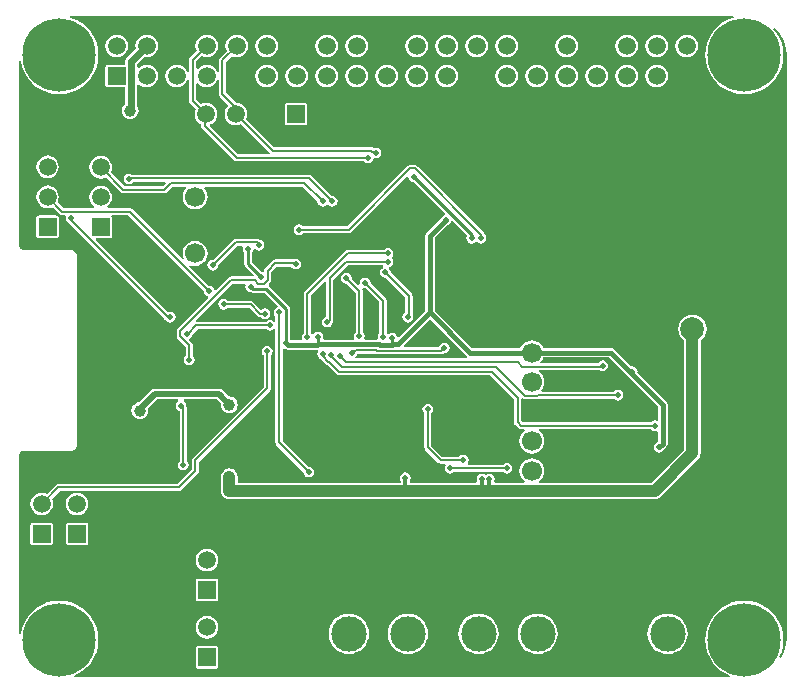
<source format=gbl>
G04 Layer_Physical_Order=2*
G04 Layer_Color=16711680*
%FSLAX44Y44*%
%MOMM*%
G71*
G01*
G75*
%ADD36C,0.2000*%
%ADD37C,0.3000*%
%ADD38C,0.5000*%
%ADD39C,0.2500*%
%ADD40C,1.0000*%
%ADD41C,0.4000*%
%ADD42C,0.6000*%
%ADD43C,3.0000*%
%ADD44C,1.7000*%
%ADD45R,1.5000X1.5000*%
%ADD46C,1.5000*%
%ADD47R,1.5000X1.5000*%
%ADD48C,0.6000*%
%ADD49C,6.2000*%
%ADD50C,0.5000*%
%ADD51C,2.0000*%
%ADD52C,1.0000*%
G36*
X570804Y526730D02*
X569771Y526482D01*
X564972Y524494D01*
X560543Y521780D01*
X556593Y518407D01*
X553220Y514457D01*
X550506Y510028D01*
X548518Y505229D01*
X547305Y500178D01*
X546898Y495000D01*
X547305Y489822D01*
X548518Y484771D01*
X550506Y479972D01*
X553220Y475543D01*
X556593Y471593D01*
X560543Y468220D01*
X564972Y465506D01*
X569771Y463518D01*
X574822Y462305D01*
X580000Y461898D01*
X585178Y462305D01*
X590229Y463518D01*
X595028Y465506D01*
X599457Y468220D01*
X603407Y471593D01*
X606780Y475543D01*
X609494Y479972D01*
X611482Y484771D01*
X612695Y489822D01*
X613102Y495000D01*
X612695Y500178D01*
X611482Y505229D01*
X609494Y510028D01*
X606780Y514457D01*
X604387Y517259D01*
X605321Y518121D01*
X607327Y516110D01*
X610113Y512471D01*
X612400Y508500D01*
X614149Y504264D01*
X615330Y499836D01*
X615923Y495291D01*
X615920Y493000D01*
Y3000D01*
X615923Y709D01*
X615330Y-3836D01*
X614149Y-8264D01*
X612400Y-12500D01*
X610676Y-15492D01*
X609535Y-14930D01*
X611482Y-10229D01*
X612695Y-5178D01*
X613102Y-0D01*
X612695Y5178D01*
X611482Y10229D01*
X609494Y15028D01*
X606780Y19457D01*
X603407Y23407D01*
X599457Y26780D01*
X595028Y29494D01*
X590229Y31482D01*
X585178Y32694D01*
X580000Y33102D01*
X574822Y32694D01*
X569771Y31482D01*
X564972Y29494D01*
X560543Y26780D01*
X556593Y23407D01*
X553220Y19457D01*
X550506Y15028D01*
X548518Y10229D01*
X547305Y5178D01*
X546898Y-0D01*
X547305Y-5178D01*
X548518Y-10229D01*
X550506Y-15028D01*
X553220Y-19457D01*
X556593Y-23407D01*
X560543Y-26780D01*
X564972Y-29494D01*
X567956Y-30730D01*
X567703Y-32000D01*
X12297D01*
X12044Y-30730D01*
X15028Y-29494D01*
X19457Y-26780D01*
X23407Y-23407D01*
X26780Y-19457D01*
X29494Y-15028D01*
X31482Y-10229D01*
X32694Y-5178D01*
X33102Y0D01*
X32694Y5178D01*
X31482Y10229D01*
X29494Y15028D01*
X26780Y19457D01*
X23407Y23407D01*
X19457Y26780D01*
X15028Y29494D01*
X10229Y31482D01*
X5178Y32694D01*
X0Y33102D01*
X-5178Y32694D01*
X-10229Y31482D01*
X-15028Y29494D01*
X-19457Y26780D01*
X-23407Y23407D01*
X-26780Y19457D01*
X-29494Y15028D01*
X-31482Y10229D01*
X-32694Y5178D01*
X-32730Y4727D01*
X-34000Y4777D01*
Y156000D01*
Y156796D01*
X-33391Y158266D01*
X-32266Y159391D01*
X-30796Y160000D01*
X10000D01*
X10975Y160096D01*
X12778Y160843D01*
X14157Y162222D01*
X14904Y164025D01*
X15000Y165000D01*
Y325000D01*
X14904Y325975D01*
X14157Y327778D01*
X12778Y329157D01*
X10975Y329904D01*
X10000Y330000D01*
X-30796D01*
X-32266Y330609D01*
X-33391Y331734D01*
X-34000Y333204D01*
Y334000D01*
Y490224D01*
X-32730Y490274D01*
X-32694Y489822D01*
X-31482Y484771D01*
X-29494Y479972D01*
X-26780Y475543D01*
X-23407Y471593D01*
X-19457Y468220D01*
X-15028Y465506D01*
X-10229Y463518D01*
X-5178Y462305D01*
X0Y461898D01*
X5178Y462305D01*
X10229Y463518D01*
X15028Y465506D01*
X19457Y468220D01*
X23407Y471593D01*
X26780Y475543D01*
X29494Y479972D01*
X31482Y484771D01*
X32694Y489822D01*
X33102Y495000D01*
X32694Y500178D01*
X31482Y505229D01*
X29494Y510028D01*
X26780Y514457D01*
X23407Y518407D01*
X19457Y521780D01*
X15028Y524494D01*
X10229Y526482D01*
X9196Y526730D01*
X9346Y528000D01*
X570654D01*
X570804Y526730D01*
D02*
G37*
%LPC*%
G36*
X245000Y22082D02*
X241667Y21754D01*
X238463Y20782D01*
X235510Y19203D01*
X232921Y17079D01*
X230797Y14490D01*
X229218Y11537D01*
X228246Y8332D01*
X227918Y5000D01*
X228246Y1667D01*
X229218Y-1537D01*
X230797Y-4490D01*
X232921Y-7079D01*
X235510Y-9203D01*
X238463Y-10782D01*
X241667Y-11754D01*
X245000Y-12082D01*
X248333Y-11754D01*
X251537Y-10782D01*
X254490Y-9203D01*
X257079Y-7079D01*
X259203Y-4490D01*
X260782Y-1537D01*
X261754Y1667D01*
X262082Y5000D01*
X261754Y8332D01*
X260782Y11537D01*
X259203Y14490D01*
X257079Y17079D01*
X254490Y19203D01*
X251537Y20782D01*
X248333Y21754D01*
X245000Y22082D01*
D02*
G37*
G36*
X-2500Y359139D02*
X-17500D01*
X-18280Y358984D01*
X-18942Y358542D01*
X-19384Y357880D01*
X-19539Y357100D01*
Y342100D01*
X-19384Y341320D01*
X-18942Y340658D01*
X-18280Y340216D01*
X-17500Y340061D01*
X-2500D01*
X-1720Y340216D01*
X-1058Y340658D01*
X-616Y341320D01*
X-461Y342100D01*
Y357100D01*
X-616Y357880D01*
X-1058Y358542D01*
X-1720Y358984D01*
X-2500Y359139D01*
D02*
G37*
G36*
X355000Y22082D02*
X351667Y21754D01*
X348463Y20782D01*
X345510Y19203D01*
X342921Y17079D01*
X340797Y14490D01*
X339218Y11537D01*
X338246Y8332D01*
X337918Y5000D01*
X338246Y1667D01*
X339218Y-1537D01*
X340797Y-4490D01*
X342921Y-7079D01*
X345510Y-9203D01*
X348463Y-10782D01*
X351667Y-11754D01*
X355000Y-12082D01*
X358333Y-11754D01*
X361537Y-10782D01*
X364490Y-9203D01*
X367079Y-7079D01*
X369203Y-4490D01*
X370782Y-1537D01*
X371754Y1667D01*
X372082Y5000D01*
X371754Y8332D01*
X370782Y11537D01*
X369203Y14490D01*
X367079Y17079D01*
X364490Y19203D01*
X361537Y20782D01*
X358333Y21754D01*
X355000Y22082D01*
D02*
G37*
G36*
X300778Y402059D02*
X300778Y402059D01*
X297000D01*
X295830Y401826D01*
X294837Y401163D01*
X294837Y401163D01*
X243733Y350059D01*
X206368D01*
X206244Y350244D01*
X204756Y351239D01*
X203000Y351588D01*
X201244Y351239D01*
X199756Y350244D01*
X198761Y348756D01*
X198412Y347000D01*
X198761Y345244D01*
X199756Y343756D01*
X201244Y342761D01*
X203000Y342412D01*
X204756Y342761D01*
X206244Y343756D01*
X206368Y343941D01*
X245000D01*
X245000Y343941D01*
X246171Y344174D01*
X247163Y344837D01*
X294188Y391862D01*
X295530Y391408D01*
X295761Y390244D01*
X296756Y388756D01*
X298244Y387761D01*
X299878Y387436D01*
X326525Y360789D01*
X326107Y359411D01*
X325244Y359239D01*
X323756Y358244D01*
X322761Y356756D01*
X322705Y356472D01*
X311116Y344884D01*
X310232Y343561D01*
X309922Y342000D01*
X309922Y342000D01*
Y278689D01*
X287607Y256375D01*
X286355Y256595D01*
X286220Y256784D01*
X285244Y258244D01*
X283756Y259239D01*
X282000Y259588D01*
X280244Y259239D01*
X278756Y258244D01*
X277570Y258756D01*
X277244Y259244D01*
X277059Y259368D01*
Y287000D01*
X277059Y287000D01*
X276826Y288171D01*
X276163Y289163D01*
X276163Y289163D01*
X263545Y301781D01*
X263588Y302000D01*
X263239Y303756D01*
X262244Y305244D01*
X260756Y306239D01*
X259000Y306588D01*
X257244Y306239D01*
X255756Y305244D01*
X254761Y303756D01*
X254412Y302000D01*
X254496Y301575D01*
X253486Y300144D01*
X253221Y300104D01*
X247545Y305781D01*
X247588Y306000D01*
X247239Y307756D01*
X246244Y309244D01*
X244756Y310239D01*
X243000Y310588D01*
X241244Y310239D01*
X239756Y309244D01*
X238761Y307756D01*
X238412Y306000D01*
X238761Y304244D01*
X239756Y302756D01*
X241244Y301761D01*
X243000Y301412D01*
X243219Y301455D01*
X250941Y293733D01*
Y260368D01*
X250756Y260244D01*
X249761Y258756D01*
X249412Y257000D01*
X249740Y255348D01*
X249708Y255043D01*
X249193Y254078D01*
X224501D01*
X223458Y255348D01*
X223588Y256000D01*
X223239Y257756D01*
X222244Y259244D01*
X220756Y260239D01*
X219000Y260588D01*
X217244Y260239D01*
X215756Y259244D01*
X215263Y258507D01*
X213972D01*
X213059Y259497D01*
Y291733D01*
X224768Y303442D01*
X225941Y302956D01*
Y273378D01*
X225244Y273239D01*
X223756Y272244D01*
X222761Y270756D01*
X222412Y269000D01*
X222761Y267244D01*
X223756Y265756D01*
X225244Y264761D01*
X227000Y264412D01*
X228756Y264761D01*
X230244Y265756D01*
X231239Y267244D01*
X231588Y269000D01*
X231516Y269365D01*
X231826Y269830D01*
X232059Y271000D01*
Y304733D01*
X244267Y316941D01*
X273669D01*
X274042Y316494D01*
X274078Y316273D01*
X273724Y314891D01*
X272756Y314244D01*
X271761Y312756D01*
X271412Y311000D01*
X271761Y309244D01*
X272756Y307756D01*
X274244Y306761D01*
X276000Y306412D01*
X276219Y306455D01*
X292941Y289733D01*
Y277036D01*
X291756Y276244D01*
X290761Y274756D01*
X290412Y273000D01*
X290761Y271244D01*
X291756Y269756D01*
X293244Y268761D01*
X295000Y268412D01*
X296756Y268761D01*
X298244Y269756D01*
X299239Y271244D01*
X299588Y273000D01*
X299239Y274756D01*
X299059Y275025D01*
Y291000D01*
X298826Y292171D01*
X298163Y293163D01*
X280545Y310781D01*
X280588Y311000D01*
X280239Y312756D01*
X279244Y314244D01*
X279106Y314337D01*
X279374Y315685D01*
X279756Y315761D01*
X281244Y316756D01*
X282239Y318244D01*
X282588Y320000D01*
X282239Y321756D01*
X281244Y323244D01*
Y323756D01*
X282239Y325244D01*
X282588Y327000D01*
X282239Y328756D01*
X281244Y330244D01*
X279756Y331239D01*
X278000Y331588D01*
X276244Y331239D01*
X274756Y330244D01*
X274632Y330059D01*
X244000D01*
X242829Y329826D01*
X241837Y329163D01*
X241837Y329163D01*
X207837Y295163D01*
X207174Y294170D01*
X206941Y293000D01*
X206941Y293000D01*
Y259368D01*
X206755Y259244D01*
X205761Y257755D01*
X205411Y256000D01*
X205641Y254848D01*
X204794Y253578D01*
X195690D01*
X195314Y254140D01*
Y280000D01*
X195061Y281268D01*
X194343Y282343D01*
X177343Y299343D01*
X177283Y299383D01*
X177122Y301018D01*
X178663Y302559D01*
X178663Y302559D01*
X179326Y303551D01*
X179559Y304722D01*
X179559Y304722D01*
Y311233D01*
X184267Y315941D01*
X195963D01*
X196756Y314756D01*
X198244Y313761D01*
X200000Y313412D01*
X201756Y313761D01*
X203244Y314756D01*
X204239Y316244D01*
X204588Y318000D01*
X204239Y319756D01*
X203244Y321244D01*
X201756Y322239D01*
X200000Y322588D01*
X198244Y322239D01*
X197975Y322059D01*
X183000D01*
X183000Y322059D01*
X181829Y321826D01*
X180837Y321163D01*
X180837Y321163D01*
X174337Y314663D01*
X173674Y313671D01*
X173441Y312500D01*
X173441Y312500D01*
Y312192D01*
X172171Y311355D01*
X171122Y311564D01*
X163314Y319373D01*
Y327859D01*
X164239Y329244D01*
X164468Y330397D01*
X165756Y330756D01*
X167244Y329761D01*
X169000Y329412D01*
X170756Y329761D01*
X172244Y330756D01*
X173239Y332244D01*
X173588Y334000D01*
X173239Y335756D01*
X172244Y337244D01*
X170756Y338239D01*
X169921Y338405D01*
X169663Y338663D01*
X168671Y339326D01*
X167500Y339559D01*
X167500Y339559D01*
X149500D01*
X148329Y339326D01*
X147337Y338663D01*
X147337Y338663D01*
X130219Y321545D01*
X130000Y321588D01*
X128244Y321239D01*
X126756Y320244D01*
X125761Y318756D01*
X125412Y317000D01*
X125761Y315244D01*
X126756Y313756D01*
X128244Y312761D01*
X130000Y312412D01*
X131756Y312761D01*
X133244Y313756D01*
X134239Y315244D01*
X134588Y317000D01*
X134545Y317219D01*
X150767Y333441D01*
X154808D01*
X155645Y332171D01*
X155412Y331000D01*
X155761Y329244D01*
X156686Y327859D01*
Y318000D01*
X156939Y316732D01*
X157657Y315657D01*
X164485Y308829D01*
X163959Y307559D01*
X145500D01*
X144330Y307326D01*
X143337Y306663D01*
X132683Y296008D01*
X131304Y296426D01*
X131239Y296756D01*
X130244Y298244D01*
X128756Y299239D01*
X127000Y299588D01*
X126781Y299545D01*
X109991Y316335D01*
X110710Y317412D01*
X112259Y316770D01*
X115000Y316409D01*
X117741Y316770D01*
X120295Y317828D01*
X122489Y319511D01*
X124172Y321705D01*
X125230Y324259D01*
X125591Y327000D01*
X125230Y329741D01*
X124172Y332295D01*
X122489Y334489D01*
X120295Y336172D01*
X117741Y337230D01*
X115000Y337591D01*
X112259Y337230D01*
X109705Y336172D01*
X107511Y334489D01*
X105828Y332295D01*
X104770Y329741D01*
X104409Y327000D01*
X104770Y324259D01*
X105412Y322710D01*
X104335Y321991D01*
X61663Y364663D01*
X60670Y365326D01*
X59500Y365559D01*
X59500Y365559D01*
X40909D01*
X40478Y366829D01*
X41775Y367825D01*
X43298Y369809D01*
X44255Y372120D01*
X44582Y374600D01*
X44255Y377080D01*
X43298Y379391D01*
X41775Y381375D01*
X39791Y382898D01*
X37480Y383855D01*
X35000Y384182D01*
X32520Y383855D01*
X30209Y382898D01*
X28225Y381375D01*
X26702Y379391D01*
X25745Y377080D01*
X25418Y374600D01*
X25745Y372120D01*
X26702Y369809D01*
X28225Y367825D01*
X29522Y366829D01*
X29091Y365559D01*
X3767D01*
X-1462Y370788D01*
X-745Y372520D01*
X-418Y375000D01*
X-745Y377480D01*
X-1702Y379791D01*
X-3225Y381775D01*
X-5209Y383298D01*
X-7520Y384255D01*
X-10000Y384582D01*
X-12480Y384255D01*
X-14791Y383298D01*
X-16775Y381775D01*
X-18298Y379791D01*
X-19255Y377480D01*
X-19582Y375000D01*
X-19255Y372520D01*
X-18298Y370209D01*
X-16775Y368224D01*
X-14791Y366702D01*
X-12480Y365745D01*
X-10000Y365418D01*
X-7520Y365745D01*
X-5788Y366462D01*
X337Y360337D01*
X337Y360337D01*
X1329Y359674D01*
X2500Y359441D01*
X4808D01*
X5645Y358171D01*
X5412Y357000D01*
X5761Y355244D01*
X6756Y353756D01*
X7549Y353226D01*
X7837Y352794D01*
X89794Y270837D01*
X89795Y270837D01*
X90225Y270549D01*
X90756Y269756D01*
X92244Y268761D01*
X94000Y268412D01*
X95756Y268761D01*
X97244Y269756D01*
X98239Y271244D01*
X98588Y273000D01*
X98239Y274756D01*
X97244Y276244D01*
X95756Y277239D01*
X94000Y277588D01*
X92244Y277239D01*
X92124Y277159D01*
X30796Y338488D01*
X31282Y339661D01*
X42500D01*
X43280Y339816D01*
X43942Y340258D01*
X44384Y340920D01*
X44539Y341700D01*
Y356700D01*
X44384Y357480D01*
X43942Y358142D01*
X43898Y358171D01*
X44283Y359441D01*
X58233D01*
X122455Y295219D01*
X122412Y295000D01*
X122761Y293244D01*
X123756Y291756D01*
X125244Y290761D01*
X125574Y290696D01*
X125992Y289317D01*
X100337Y263663D01*
X99674Y262671D01*
X99441Y261500D01*
X99441Y261500D01*
Y256722D01*
X99441Y256722D01*
X99674Y255551D01*
X100337Y254559D01*
X106941Y247955D01*
Y240368D01*
X106756Y240244D01*
X105761Y238756D01*
X105412Y237000D01*
X105761Y235244D01*
X106756Y233756D01*
X108244Y232761D01*
X110000Y232412D01*
X111756Y232761D01*
X113244Y233756D01*
X114239Y235244D01*
X114588Y237000D01*
X114239Y238756D01*
X113244Y240244D01*
X113059Y240368D01*
Y249222D01*
X113059Y249222D01*
X112826Y250392D01*
X112163Y251385D01*
X109945Y253602D01*
X110251Y255092D01*
X111244Y255756D01*
X112239Y257244D01*
X112405Y258079D01*
X117267Y262941D01*
X174632D01*
X174756Y262756D01*
X176244Y261761D01*
X178000Y261412D01*
X179756Y261761D01*
X181244Y262756D01*
X181671Y263395D01*
X182941Y263009D01*
Y167000D01*
X182941Y167000D01*
X183174Y165830D01*
X183837Y164837D01*
X206455Y142219D01*
X206412Y142000D01*
X206761Y140244D01*
X207756Y138756D01*
X209244Y137761D01*
X211000Y137412D01*
X212756Y137761D01*
X214244Y138756D01*
X215239Y140244D01*
X215588Y142000D01*
X215239Y143756D01*
X214244Y145244D01*
X212756Y146239D01*
X211000Y146588D01*
X210781Y146545D01*
X189059Y168267D01*
Y246206D01*
X190050Y246736D01*
X190329Y246744D01*
X190528Y246705D01*
X190617Y246616D01*
X190617Y246616D01*
X191940Y245732D01*
X193500Y245421D01*
X193501Y245421D01*
X218346D01*
X218685Y245048D01*
X219087Y244243D01*
X218761Y243756D01*
X218412Y242000D01*
X218761Y240244D01*
X219756Y238756D01*
X220915Y237981D01*
X225559Y233337D01*
X226551Y232674D01*
X227112Y232563D01*
X234837Y224837D01*
X235830Y224174D01*
X237000Y223941D01*
X237000Y223941D01*
X364733D01*
X384941Y203733D01*
Y184000D01*
X384941Y184000D01*
X385174Y182829D01*
X385837Y181837D01*
X388837Y178837D01*
X388837Y178837D01*
X389829Y178174D01*
X391000Y177941D01*
X391000Y177941D01*
X393621D01*
X394052Y176671D01*
X392511Y175489D01*
X390828Y173295D01*
X389770Y170741D01*
X389409Y168000D01*
X389770Y165259D01*
X390828Y162705D01*
X392511Y160511D01*
X394705Y158828D01*
X397259Y157770D01*
X400000Y157409D01*
X402741Y157770D01*
X405295Y158828D01*
X407489Y160511D01*
X409172Y162705D01*
X410230Y165259D01*
X410591Y168000D01*
X410230Y170741D01*
X409172Y173295D01*
X407489Y175489D01*
X405947Y176671D01*
X406379Y177941D01*
X500632D01*
X500756Y177756D01*
X502244Y176761D01*
X504000Y176412D01*
X505652Y176740D01*
X505957Y176709D01*
X506922Y176193D01*
Y167689D01*
X506528Y167295D01*
X506244Y167239D01*
X504756Y166244D01*
X503761Y164756D01*
X503412Y163000D01*
X503761Y161244D01*
X504756Y159756D01*
X506244Y158761D01*
X508000Y158412D01*
X509756Y158761D01*
X511244Y159756D01*
X512239Y161244D01*
X512295Y161528D01*
X513884Y163116D01*
X513884Y163116D01*
X514768Y164439D01*
X515078Y166000D01*
X515078Y166000D01*
Y199000D01*
X514768Y200561D01*
X513884Y201884D01*
X489452Y226316D01*
X489588Y227000D01*
X489239Y228756D01*
X488244Y230244D01*
X486756Y231239D01*
X485000Y231588D01*
X484316Y231452D01*
X469884Y245884D01*
X468561Y246768D01*
X467000Y247078D01*
X467000Y247078D01*
X409676D01*
X409172Y248295D01*
X407489Y250489D01*
X405295Y252172D01*
X402741Y253230D01*
X400000Y253591D01*
X397259Y253230D01*
X394705Y252172D01*
X392511Y250489D01*
X390828Y248295D01*
X390324Y247078D01*
X349689D01*
X318078Y278689D01*
Y340311D01*
X328472Y350705D01*
X328756Y350761D01*
X330244Y351756D01*
X331239Y353244D01*
X331411Y354107D01*
X332789Y354525D01*
X345080Y342234D01*
X344761Y341756D01*
X344412Y340000D01*
X344761Y338244D01*
X345756Y336756D01*
X347244Y335761D01*
X349000Y335412D01*
X350756Y335761D01*
X352244Y336756D01*
X352365Y336936D01*
X353635D01*
X353756Y336756D01*
X355244Y335761D01*
X357000Y335412D01*
X358756Y335761D01*
X360244Y336756D01*
X361239Y338244D01*
X361588Y340000D01*
X361239Y341756D01*
X360244Y343244D01*
X359923Y343459D01*
X359826Y343949D01*
X359163Y344941D01*
X359163Y344941D01*
X302941Y401163D01*
X301949Y401826D01*
X300778Y402059D01*
D02*
G37*
G36*
X295000Y22082D02*
X291667Y21754D01*
X288463Y20782D01*
X285510Y19203D01*
X282921Y17079D01*
X280797Y14490D01*
X279218Y11537D01*
X278246Y8332D01*
X277918Y5000D01*
X278246Y1667D01*
X279218Y-1537D01*
X280797Y-4490D01*
X282921Y-7079D01*
X285510Y-9203D01*
X288463Y-10782D01*
X291667Y-11754D01*
X295000Y-12082D01*
X298333Y-11754D01*
X301537Y-10782D01*
X304490Y-9203D01*
X307079Y-7079D01*
X309203Y-4490D01*
X310782Y-1537D01*
X311754Y1667D01*
X312082Y5000D01*
X311754Y8332D01*
X310782Y11537D01*
X309203Y14490D01*
X307079Y17079D01*
X304490Y19203D01*
X301537Y20782D01*
X298333Y21754D01*
X295000Y22082D01*
D02*
G37*
G36*
X35000Y409582D02*
X32520Y409255D01*
X30209Y408298D01*
X28225Y406775D01*
X26702Y404791D01*
X25745Y402480D01*
X25418Y400000D01*
X25745Y397520D01*
X26702Y395209D01*
X28225Y393224D01*
X30209Y391702D01*
X32520Y390745D01*
X35000Y390418D01*
X37480Y390745D01*
X39212Y391462D01*
X51837Y378837D01*
X52829Y378174D01*
X54000Y377941D01*
X89000D01*
X89000Y377941D01*
X90170Y378174D01*
X91163Y378837D01*
X95767Y383441D01*
X106814D01*
X107268Y382171D01*
X105828Y380295D01*
X104770Y377741D01*
X104409Y375000D01*
X104770Y372259D01*
X105828Y369705D01*
X107511Y367511D01*
X109705Y365828D01*
X112259Y364770D01*
X115000Y364409D01*
X117741Y364770D01*
X120295Y365828D01*
X122489Y367511D01*
X124172Y369705D01*
X125230Y372259D01*
X125591Y375000D01*
X125230Y377741D01*
X124172Y380295D01*
X122732Y382171D01*
X123186Y383441D01*
X206233D01*
X218455Y371219D01*
X218412Y371000D01*
X218761Y369244D01*
X219756Y367756D01*
X221244Y366761D01*
X223000Y366412D01*
X224756Y366761D01*
X226233Y367748D01*
X226531Y367936D01*
X227469D01*
X227767Y367748D01*
X229244Y366761D01*
X231000Y366412D01*
X232756Y366761D01*
X234244Y367756D01*
X235239Y369244D01*
X235588Y371000D01*
X235239Y372756D01*
X234244Y374244D01*
X232756Y375239D01*
X231000Y375588D01*
X230781Y375545D01*
X213663Y392663D01*
X212670Y393326D01*
X211500Y393559D01*
X211500Y393559D01*
X61774D01*
X60756Y394239D01*
X59000Y394588D01*
X57244Y394239D01*
X55756Y393244D01*
X54761Y391756D01*
X54412Y390000D01*
X54761Y388244D01*
X55756Y386756D01*
X57244Y385761D01*
X59000Y385412D01*
X60756Y385761D01*
X62244Y386756D01*
X62702Y387441D01*
X89456D01*
X89942Y386268D01*
X87733Y384059D01*
X55267D01*
X43538Y395788D01*
X44255Y397520D01*
X44582Y400000D01*
X44255Y402480D01*
X43298Y404791D01*
X41775Y406775D01*
X39791Y408298D01*
X37480Y409255D01*
X35000Y409582D01*
D02*
G37*
G36*
X175514Y486848D02*
X173034Y486521D01*
X170723Y485564D01*
X168739Y484041D01*
X167216Y482057D01*
X166259Y479746D01*
X165932Y477266D01*
X166259Y474786D01*
X167216Y472475D01*
X168739Y470490D01*
X170723Y468968D01*
X173034Y468010D01*
X175514Y467684D01*
X177994Y468010D01*
X180305Y468968D01*
X182290Y470490D01*
X183812Y472475D01*
X184769Y474786D01*
X185096Y477266D01*
X184769Y479746D01*
X183812Y482057D01*
X182290Y484041D01*
X180305Y485564D01*
X177994Y486521D01*
X175514Y486848D01*
D02*
G37*
G36*
X200914D02*
X198434Y486521D01*
X196123Y485564D01*
X194139Y484041D01*
X192616Y482057D01*
X191659Y479746D01*
X191332Y477266D01*
X191659Y474786D01*
X192616Y472475D01*
X194139Y470490D01*
X196123Y468968D01*
X198434Y468010D01*
X200914Y467684D01*
X203394Y468010D01*
X205705Y468968D01*
X207689Y470490D01*
X209212Y472475D01*
X210170Y474786D01*
X210496Y477266D01*
X210170Y479746D01*
X209212Y482057D01*
X207689Y484041D01*
X205705Y485564D01*
X203394Y486521D01*
X200914Y486848D01*
D02*
G37*
G36*
X132500Y-5461D02*
X117500D01*
X116720Y-5616D01*
X116058Y-6058D01*
X115616Y-6720D01*
X115461Y-7500D01*
Y-22500D01*
X115616Y-23280D01*
X116058Y-23942D01*
X116720Y-24384D01*
X117500Y-24539D01*
X132500D01*
X133280Y-24384D01*
X133942Y-23942D01*
X134384Y-23280D01*
X134539Y-22500D01*
Y-7500D01*
X134384Y-6720D01*
X133942Y-6058D01*
X133280Y-5616D01*
X132500Y-5461D01*
D02*
G37*
G36*
X-10000Y409982D02*
X-12480Y409655D01*
X-14791Y408698D01*
X-16775Y407175D01*
X-18298Y405191D01*
X-19255Y402880D01*
X-19582Y400400D01*
X-19255Y397920D01*
X-18298Y395609D01*
X-16775Y393624D01*
X-14791Y392102D01*
X-12480Y391144D01*
X-10000Y390818D01*
X-7520Y391144D01*
X-5209Y392102D01*
X-3225Y393624D01*
X-1702Y395609D01*
X-745Y397920D01*
X-418Y400400D01*
X-745Y402880D01*
X-1702Y405191D01*
X-3225Y407175D01*
X-5209Y408698D01*
X-7520Y409655D01*
X-10000Y409982D01*
D02*
G37*
G36*
X207900Y454539D02*
X192900D01*
X192120Y454384D01*
X191458Y453942D01*
X191016Y453280D01*
X190861Y452500D01*
Y437500D01*
X191016Y436720D01*
X191458Y436058D01*
X192120Y435616D01*
X192900Y435461D01*
X207900D01*
X208680Y435616D01*
X209342Y436058D01*
X209784Y436720D01*
X209939Y437500D01*
Y452500D01*
X209784Y453280D01*
X209342Y453942D01*
X208680Y454384D01*
X207900Y454539D01*
D02*
G37*
G36*
X-7500Y99139D02*
X-22500D01*
X-23280Y98984D01*
X-23942Y98542D01*
X-24384Y97880D01*
X-24539Y97100D01*
Y82100D01*
X-24384Y81320D01*
X-23942Y80658D01*
X-23280Y80216D01*
X-22500Y80061D01*
X-7500D01*
X-6720Y80216D01*
X-6058Y80658D01*
X-5616Y81320D01*
X-5461Y82100D01*
Y97100D01*
X-5616Y97880D01*
X-6058Y98542D01*
X-6720Y98984D01*
X-7500Y99139D01*
D02*
G37*
G36*
X22500D02*
X7500D01*
X6720Y98984D01*
X6058Y98542D01*
X5616Y97880D01*
X5461Y97100D01*
Y82100D01*
X5616Y81320D01*
X6058Y80658D01*
X6720Y80216D01*
X7500Y80061D01*
X22500D01*
X23280Y80216D01*
X23942Y80658D01*
X24384Y81320D01*
X24539Y82100D01*
Y97100D01*
X24384Y97880D01*
X23942Y98542D01*
X23280Y98984D01*
X22500Y99139D01*
D02*
G37*
G36*
X15000Y124582D02*
X12520Y124255D01*
X10209Y123298D01*
X8224Y121775D01*
X6702Y119791D01*
X5745Y117480D01*
X5418Y115000D01*
X5745Y112520D01*
X6702Y110209D01*
X8224Y108224D01*
X10209Y106702D01*
X12520Y105744D01*
X15000Y105418D01*
X17480Y105744D01*
X19791Y106702D01*
X21775Y108224D01*
X23298Y110209D01*
X24255Y112520D01*
X24582Y115000D01*
X24255Y117480D01*
X23298Y119791D01*
X21775Y121775D01*
X19791Y123298D01*
X17480Y124255D01*
X15000Y124582D01*
D02*
G37*
G36*
X125000Y19982D02*
X122520Y19655D01*
X120209Y18698D01*
X118225Y17176D01*
X116702Y15191D01*
X115744Y12880D01*
X115418Y10400D01*
X115744Y7920D01*
X116702Y5609D01*
X118225Y3625D01*
X120209Y2102D01*
X122520Y1145D01*
X125000Y818D01*
X127480Y1145D01*
X129791Y2102D01*
X131776Y3625D01*
X133298Y5609D01*
X134256Y7920D01*
X134582Y10400D01*
X134256Y12880D01*
X133298Y15191D01*
X131776Y17176D01*
X129791Y18698D01*
X127480Y19655D01*
X125000Y19982D01*
D02*
G37*
G36*
X132500Y51539D02*
X117500D01*
X116720Y51384D01*
X116058Y50942D01*
X115616Y50280D01*
X115461Y49500D01*
Y34500D01*
X115616Y33720D01*
X116058Y33058D01*
X116720Y32616D01*
X117500Y32461D01*
X132500D01*
X133280Y32616D01*
X133942Y33058D01*
X134384Y33720D01*
X134539Y34500D01*
Y49500D01*
X134384Y50280D01*
X133942Y50942D01*
X133280Y51384D01*
X132500Y51539D01*
D02*
G37*
G36*
X125000Y76982D02*
X122520Y76655D01*
X120209Y75698D01*
X118225Y74175D01*
X116702Y72191D01*
X115744Y69880D01*
X115418Y67400D01*
X115744Y64920D01*
X116702Y62609D01*
X118225Y60624D01*
X120209Y59102D01*
X122520Y58144D01*
X125000Y57818D01*
X127480Y58144D01*
X129791Y59102D01*
X131776Y60624D01*
X133298Y62609D01*
X134256Y64920D01*
X134582Y67400D01*
X134256Y69880D01*
X133298Y72191D01*
X131776Y74175D01*
X129791Y75698D01*
X127480Y76655D01*
X125000Y76982D01*
D02*
G37*
G36*
X135000Y212588D02*
X81000D01*
X79244Y212239D01*
X77756Y211244D01*
X67507Y200996D01*
X66173Y200820D01*
X64470Y200114D01*
X63007Y198992D01*
X61885Y197530D01*
X61180Y195827D01*
X60940Y194000D01*
X61180Y192173D01*
X61885Y190470D01*
X63007Y189007D01*
X64470Y187885D01*
X66173Y187180D01*
X68000Y186940D01*
X69827Y187180D01*
X71530Y187885D01*
X72992Y189007D01*
X74114Y190470D01*
X74820Y192173D01*
X75060Y194000D01*
X74878Y195389D01*
X82900Y203412D01*
X100151D01*
X100348Y203167D01*
X100086Y201465D01*
X99756Y201244D01*
X98761Y199756D01*
X98412Y198000D01*
X98761Y196244D01*
X99756Y194756D01*
X101244Y193761D01*
X101941Y193622D01*
Y151368D01*
X101756Y151244D01*
X100761Y149756D01*
X100412Y148000D01*
X100761Y146244D01*
X101756Y144756D01*
X103244Y143761D01*
X105000Y143412D01*
X106756Y143761D01*
X108244Y144756D01*
X109239Y146244D01*
X109588Y148000D01*
X109239Y149756D01*
X108244Y151244D01*
X108059Y151368D01*
Y196000D01*
X107826Y197171D01*
X107516Y197635D01*
X107588Y198000D01*
X107239Y199756D01*
X106244Y201244D01*
X105914Y201465D01*
X105652Y203167D01*
X105849Y203412D01*
X133099D01*
X137006Y199505D01*
X136940Y199000D01*
X137180Y197173D01*
X137886Y195470D01*
X139008Y194008D01*
X140470Y192885D01*
X142173Y192180D01*
X144000Y191940D01*
X145827Y192180D01*
X147530Y192885D01*
X148992Y194008D01*
X150114Y195470D01*
X150820Y197173D01*
X151060Y199000D01*
X150820Y200827D01*
X150114Y202530D01*
X148992Y203993D01*
X147530Y205114D01*
X145827Y205820D01*
X144000Y206060D01*
X143495Y205994D01*
X138244Y211244D01*
X136756Y212239D01*
X135000Y212588D01*
D02*
G37*
G36*
X515000Y22082D02*
X511668Y21754D01*
X508463Y20782D01*
X505510Y19203D01*
X502921Y17079D01*
X500797Y14490D01*
X499218Y11537D01*
X498246Y8332D01*
X497918Y5000D01*
X498246Y1667D01*
X499218Y-1537D01*
X500797Y-4490D01*
X502921Y-7079D01*
X505510Y-9203D01*
X508463Y-10782D01*
X511668Y-11754D01*
X515000Y-12082D01*
X518333Y-11754D01*
X521537Y-10782D01*
X524490Y-9203D01*
X527079Y-7079D01*
X529203Y-4490D01*
X530782Y-1537D01*
X531754Y1667D01*
X532082Y5000D01*
X531754Y8332D01*
X530782Y11537D01*
X529203Y14490D01*
X527079Y17079D01*
X524490Y19203D01*
X521537Y20782D01*
X518333Y21754D01*
X515000Y22082D01*
D02*
G37*
G36*
X405000D02*
X401667Y21754D01*
X398463Y20782D01*
X395510Y19203D01*
X392921Y17079D01*
X390797Y14490D01*
X389218Y11537D01*
X388246Y8332D01*
X387918Y5000D01*
X388246Y1667D01*
X389218Y-1537D01*
X390797Y-4490D01*
X392921Y-7079D01*
X395510Y-9203D01*
X398463Y-10782D01*
X401667Y-11754D01*
X405000Y-12082D01*
X408333Y-11754D01*
X411537Y-10782D01*
X414490Y-9203D01*
X417079Y-7079D01*
X419203Y-4490D01*
X420782Y-1537D01*
X421754Y1667D01*
X422082Y5000D01*
X421754Y8332D01*
X420782Y11537D01*
X419203Y14490D01*
X417079Y17079D01*
X414490Y19203D01*
X411537Y20782D01*
X408333Y21754D01*
X405000Y22082D01*
D02*
G37*
G36*
X176000Y248588D02*
X174244Y248239D01*
X172756Y247244D01*
X171761Y245756D01*
X171412Y244000D01*
X171761Y242244D01*
X172756Y240756D01*
X172941Y240632D01*
Y214267D01*
X112837Y154163D01*
X112174Y153170D01*
X111941Y152000D01*
X111941Y152000D01*
Y144267D01*
X99733Y132059D01*
X-1000D01*
X-2171Y131826D01*
X-3163Y131163D01*
X-10788Y123538D01*
X-12520Y124255D01*
X-15000Y124582D01*
X-17480Y124255D01*
X-19791Y123298D01*
X-21775Y121775D01*
X-23298Y119791D01*
X-24255Y117480D01*
X-24582Y115000D01*
X-24255Y112520D01*
X-23298Y110209D01*
X-21775Y108224D01*
X-19791Y106702D01*
X-17480Y105744D01*
X-15000Y105418D01*
X-12520Y105744D01*
X-10209Y106702D01*
X-8224Y108224D01*
X-6702Y110209D01*
X-5745Y112520D01*
X-5418Y115000D01*
X-5745Y117480D01*
X-6462Y119212D01*
X267Y125941D01*
X101000D01*
X101000Y125941D01*
X102170Y126174D01*
X103163Y126837D01*
X117163Y140837D01*
X117163Y140837D01*
X117826Y141830D01*
X118059Y143000D01*
X118059Y143000D01*
Y150733D01*
X178163Y210837D01*
X178826Y211829D01*
X179059Y213000D01*
X179059Y213000D01*
Y240632D01*
X179244Y240756D01*
X180239Y242244D01*
X180588Y244000D01*
X180239Y245756D01*
X179244Y247244D01*
X177756Y248239D01*
X176000Y248588D01*
D02*
G37*
G36*
X536000Y275104D02*
X532867Y274691D01*
X529948Y273482D01*
X527441Y271558D01*
X525518Y269052D01*
X524309Y266133D01*
X523896Y263000D01*
X524309Y259867D01*
X525518Y256948D01*
X527441Y254442D01*
X528940Y253292D01*
Y160924D01*
X501076Y133060D01*
X406381D01*
X405950Y134330D01*
X407489Y135511D01*
X409172Y137705D01*
X410230Y140259D01*
X410591Y143000D01*
X410230Y145741D01*
X409172Y148295D01*
X407489Y150489D01*
X405295Y152172D01*
X402741Y153230D01*
X400000Y153591D01*
X397259Y153230D01*
X394705Y152172D01*
X392511Y150489D01*
X390828Y148295D01*
X389770Y145741D01*
X389409Y143000D01*
X389770Y140259D01*
X390828Y137705D01*
X392511Y135511D01*
X394050Y134330D01*
X393619Y133060D01*
X368975D01*
X368260Y134210D01*
X368256Y134330D01*
X368588Y136000D01*
X368239Y137756D01*
X367244Y139244D01*
X365756Y140239D01*
X364000Y140588D01*
X362244Y140239D01*
X361000Y139408D01*
X359756Y140239D01*
X358000Y140588D01*
X356244Y140239D01*
X354756Y139244D01*
X353761Y137756D01*
X353412Y136000D01*
X353744Y134330D01*
X353740Y134210D01*
X353025Y133060D01*
X296914D01*
X296628Y134330D01*
X297239Y135244D01*
X297588Y137000D01*
X297239Y138756D01*
X296244Y140244D01*
X294756Y141239D01*
X293000Y141588D01*
X291244Y141239D01*
X289756Y140244D01*
X288761Y138756D01*
X288412Y137000D01*
X288761Y135244D01*
X289372Y134330D01*
X289086Y133060D01*
X151060D01*
Y138000D01*
X150820Y139827D01*
X150114Y141530D01*
X148992Y142992D01*
X147530Y144115D01*
X145827Y144820D01*
X144000Y145060D01*
X142173Y144820D01*
X140470Y144115D01*
X139008Y142992D01*
X137886Y141530D01*
X137180Y139827D01*
X136940Y138000D01*
Y126000D01*
X137180Y124173D01*
X137886Y122470D01*
X139008Y121008D01*
X140470Y119886D01*
X142173Y119180D01*
X144000Y118940D01*
X504000D01*
X505827Y119180D01*
X507530Y119886D01*
X508993Y121008D01*
X540992Y153007D01*
X542114Y154470D01*
X542820Y156173D01*
X543060Y158000D01*
Y253292D01*
X544558Y254442D01*
X546482Y256948D01*
X547691Y259867D01*
X548104Y263000D01*
X547691Y266133D01*
X546482Y269052D01*
X544558Y271558D01*
X542052Y273482D01*
X539133Y274691D01*
X536000Y275104D01*
D02*
G37*
G36*
X312000Y199588D02*
X310244Y199239D01*
X308756Y198244D01*
X307761Y196756D01*
X307412Y195000D01*
X307761Y193244D01*
X308756Y191756D01*
X308941Y191632D01*
Y163000D01*
X308941Y163000D01*
X309174Y161829D01*
X309837Y160837D01*
X320837Y149837D01*
X320837Y149837D01*
X321829Y149174D01*
X323000Y148941D01*
X326694D01*
X327373Y147671D01*
X326761Y146756D01*
X326412Y145000D01*
X326761Y143244D01*
X327756Y141756D01*
X329244Y140761D01*
X331000Y140412D01*
X332756Y140761D01*
X334244Y141756D01*
X334368Y141941D01*
X375632D01*
X375756Y141756D01*
X377244Y140761D01*
X379000Y140412D01*
X380756Y140761D01*
X382244Y141756D01*
X383239Y143244D01*
X383588Y145000D01*
X383239Y146756D01*
X382244Y148244D01*
X380756Y149239D01*
X379000Y149588D01*
X377244Y149239D01*
X375756Y148244D01*
X375632Y148059D01*
X346306D01*
X345627Y149329D01*
X346239Y150244D01*
X346588Y152000D01*
X346239Y153756D01*
X345244Y155244D01*
X343756Y156239D01*
X342000Y156588D01*
X340244Y156239D01*
X338756Y155244D01*
X338632Y155059D01*
X324267D01*
X315059Y164267D01*
Y191632D01*
X315244Y191756D01*
X316239Y193244D01*
X316588Y195000D01*
X316239Y196756D01*
X315244Y198244D01*
X313756Y199239D01*
X312000Y199588D01*
D02*
G37*
G36*
X226314Y486848D02*
X223834Y486521D01*
X221523Y485564D01*
X219539Y484041D01*
X218016Y482057D01*
X217059Y479746D01*
X216732Y477266D01*
X217059Y474786D01*
X218016Y472475D01*
X219539Y470490D01*
X221523Y468968D01*
X223834Y468010D01*
X226314Y467684D01*
X228794Y468010D01*
X231105Y468968D01*
X233090Y470490D01*
X234612Y472475D01*
X235569Y474786D01*
X235896Y477266D01*
X235569Y479746D01*
X234612Y482057D01*
X233090Y484041D01*
X231105Y485564D01*
X228794Y486521D01*
X226314Y486848D01*
D02*
G37*
G36*
X251714Y512248D02*
X249234Y511921D01*
X246923Y510964D01*
X244939Y509441D01*
X243416Y507457D01*
X242459Y505146D01*
X242132Y502666D01*
X242459Y500186D01*
X243416Y497875D01*
X244939Y495891D01*
X246923Y494368D01*
X249234Y493410D01*
X251714Y493084D01*
X254194Y493410D01*
X256505Y494368D01*
X258489Y495891D01*
X260012Y497875D01*
X260970Y500186D01*
X261296Y502666D01*
X260970Y505146D01*
X260012Y507457D01*
X258489Y509441D01*
X256505Y510964D01*
X254194Y511921D01*
X251714Y512248D01*
D02*
G37*
G36*
X302514D02*
X300034Y511921D01*
X297723Y510964D01*
X295739Y509441D01*
X294216Y507457D01*
X293259Y505146D01*
X292932Y502666D01*
X293259Y500186D01*
X294216Y497875D01*
X295739Y495891D01*
X297723Y494368D01*
X300034Y493410D01*
X302514Y493084D01*
X304994Y493410D01*
X307305Y494368D01*
X309289Y495891D01*
X310812Y497875D01*
X311770Y500186D01*
X312096Y502666D01*
X311770Y505146D01*
X310812Y507457D01*
X309289Y509441D01*
X307305Y510964D01*
X304994Y511921D01*
X302514Y512248D01*
D02*
G37*
G36*
X327914D02*
X325434Y511921D01*
X323123Y510964D01*
X321139Y509441D01*
X319616Y507457D01*
X318659Y505146D01*
X318332Y502666D01*
X318659Y500186D01*
X319616Y497875D01*
X321139Y495891D01*
X323123Y494368D01*
X325434Y493410D01*
X327914Y493084D01*
X330394Y493410D01*
X332705Y494368D01*
X334689Y495891D01*
X336212Y497875D01*
X337169Y500186D01*
X337496Y502666D01*
X337169Y505146D01*
X336212Y507457D01*
X334689Y509441D01*
X332705Y510964D01*
X330394Y511921D01*
X327914Y512248D01*
D02*
G37*
G36*
X150114D02*
X147634Y511921D01*
X145323Y510964D01*
X143339Y509441D01*
X141816Y507457D01*
X140859Y505146D01*
X140532Y502666D01*
X140859Y500186D01*
X141576Y498454D01*
X135837Y492715D01*
X135174Y491722D01*
X134941Y490552D01*
X134941Y490552D01*
Y480719D01*
X133671Y480466D01*
X133012Y482057D01*
X131489Y484041D01*
X129505Y485564D01*
X127194Y486521D01*
X124714Y486848D01*
X122234Y486521D01*
X119923Y485564D01*
X117939Y484041D01*
X117329Y483247D01*
X116059Y483678D01*
Y489685D01*
X120502Y494128D01*
X122234Y493410D01*
X124714Y493084D01*
X127194Y493410D01*
X129505Y494368D01*
X131489Y495891D01*
X133012Y497875D01*
X133969Y500186D01*
X134296Y502666D01*
X133969Y505146D01*
X133012Y507457D01*
X131489Y509441D01*
X129505Y510964D01*
X127194Y511921D01*
X124714Y512248D01*
X122234Y511921D01*
X119923Y510964D01*
X117939Y509441D01*
X116416Y507457D01*
X115459Y505146D01*
X115132Y502666D01*
X115459Y500186D01*
X116176Y498454D01*
X110837Y493115D01*
X110174Y492122D01*
X109941Y490952D01*
X109941Y490952D01*
Y479056D01*
X108671Y478973D01*
X108569Y479746D01*
X107612Y482057D01*
X106089Y484041D01*
X104105Y485564D01*
X101794Y486521D01*
X99314Y486848D01*
X96834Y486521D01*
X94523Y485564D01*
X92539Y484041D01*
X91016Y482057D01*
X90059Y479746D01*
X89732Y477266D01*
X90059Y474786D01*
X91016Y472475D01*
X92539Y470490D01*
X94523Y468968D01*
X96834Y468010D01*
X99314Y467684D01*
X101794Y468010D01*
X104105Y468968D01*
X106089Y470490D01*
X107612Y472475D01*
X108569Y474786D01*
X108671Y475559D01*
X109941Y475476D01*
Y456200D01*
X109941Y456200D01*
X110174Y455029D01*
X110837Y454037D01*
X115662Y449212D01*
X114945Y447480D01*
X114618Y445000D01*
X114945Y442520D01*
X115902Y440209D01*
X117425Y438224D01*
X119409Y436702D01*
X119941Y436481D01*
Y435000D01*
X119941Y435000D01*
X120174Y433829D01*
X120837Y432837D01*
X147837Y405837D01*
X147837Y405837D01*
X148829Y405174D01*
X150000Y404941D01*
X150000Y404941D01*
X257632D01*
X257756Y404756D01*
X259244Y403761D01*
X261000Y403412D01*
X262756Y403761D01*
X264244Y404756D01*
X265239Y406244D01*
X265355Y406827D01*
X266244Y407760D01*
X267999Y407411D01*
X269755Y407760D01*
X271244Y408755D01*
X272238Y410243D01*
X272588Y411999D01*
X272238Y413755D01*
X271244Y415243D01*
X269755Y416238D01*
X267999Y416587D01*
X266244Y416238D01*
X266147Y416174D01*
X265170Y416826D01*
X264000Y417059D01*
X264000Y417059D01*
X181867D01*
X158138Y440788D01*
X158855Y442520D01*
X159182Y445000D01*
X158855Y447480D01*
X157898Y449791D01*
X156376Y451775D01*
X154391Y453298D01*
X152080Y454255D01*
X149766Y454560D01*
X141059Y463267D01*
Y489285D01*
X145902Y494128D01*
X147634Y493410D01*
X150114Y493084D01*
X152594Y493410D01*
X154905Y494368D01*
X156889Y495891D01*
X158412Y497875D01*
X159369Y500186D01*
X159696Y502666D01*
X159369Y505146D01*
X158412Y507457D01*
X156889Y509441D01*
X154905Y510964D01*
X152594Y511921D01*
X150114Y512248D01*
D02*
G37*
G36*
X175514D02*
X173034Y511921D01*
X170723Y510964D01*
X168739Y509441D01*
X167216Y507457D01*
X166259Y505146D01*
X165932Y502666D01*
X166259Y500186D01*
X167216Y497875D01*
X168739Y495891D01*
X170723Y494368D01*
X173034Y493410D01*
X175514Y493084D01*
X177994Y493410D01*
X180305Y494368D01*
X182290Y495891D01*
X183812Y497875D01*
X184769Y500186D01*
X185096Y502666D01*
X184769Y505146D01*
X183812Y507457D01*
X182290Y509441D01*
X180305Y510964D01*
X177994Y511921D01*
X175514Y512248D01*
D02*
G37*
G36*
X226314D02*
X223834Y511921D01*
X221523Y510964D01*
X219539Y509441D01*
X218016Y507457D01*
X217059Y505146D01*
X216732Y502666D01*
X217059Y500186D01*
X218016Y497875D01*
X219539Y495891D01*
X221523Y494368D01*
X223834Y493410D01*
X226314Y493084D01*
X228794Y493410D01*
X231105Y494368D01*
X233090Y495891D01*
X234612Y497875D01*
X235569Y500186D01*
X235896Y502666D01*
X235569Y505146D01*
X234612Y507457D01*
X233090Y509441D01*
X231105Y510964D01*
X228794Y511921D01*
X226314Y512248D01*
D02*
G37*
G36*
X480314D02*
X477834Y511921D01*
X475523Y510964D01*
X473539Y509441D01*
X472016Y507457D01*
X471059Y505146D01*
X470732Y502666D01*
X471059Y500186D01*
X472016Y497875D01*
X473539Y495891D01*
X475523Y494368D01*
X477834Y493410D01*
X480314Y493084D01*
X482794Y493410D01*
X485105Y494368D01*
X487090Y495891D01*
X488612Y497875D01*
X489570Y500186D01*
X489896Y502666D01*
X489570Y505146D01*
X488612Y507457D01*
X487090Y509441D01*
X485105Y510964D01*
X482794Y511921D01*
X480314Y512248D01*
D02*
G37*
G36*
X505714D02*
X503234Y511921D01*
X500923Y510964D01*
X498939Y509441D01*
X497416Y507457D01*
X496459Y505146D01*
X496132Y502666D01*
X496459Y500186D01*
X497416Y497875D01*
X498939Y495891D01*
X500923Y494368D01*
X503234Y493410D01*
X505714Y493084D01*
X508194Y493410D01*
X510505Y494368D01*
X512490Y495891D01*
X514012Y497875D01*
X514969Y500186D01*
X515296Y502666D01*
X514969Y505146D01*
X514012Y507457D01*
X512490Y509441D01*
X510505Y510964D01*
X508194Y511921D01*
X505714Y512248D01*
D02*
G37*
G36*
X531114D02*
X528634Y511921D01*
X526323Y510964D01*
X524339Y509441D01*
X522816Y507457D01*
X521859Y505146D01*
X521532Y502666D01*
X521859Y500186D01*
X522816Y497875D01*
X524339Y495891D01*
X526323Y494368D01*
X528634Y493410D01*
X531114Y493084D01*
X533594Y493410D01*
X535905Y494368D01*
X537890Y495891D01*
X539412Y497875D01*
X540369Y500186D01*
X540696Y502666D01*
X540369Y505146D01*
X539412Y507457D01*
X537890Y509441D01*
X535905Y510964D01*
X533594Y511921D01*
X531114Y512248D01*
D02*
G37*
G36*
X353314D02*
X350834Y511921D01*
X348523Y510964D01*
X346539Y509441D01*
X345016Y507457D01*
X344059Y505146D01*
X343732Y502666D01*
X344059Y500186D01*
X345016Y497875D01*
X346539Y495891D01*
X348523Y494368D01*
X350834Y493410D01*
X353314Y493084D01*
X355794Y493410D01*
X358105Y494368D01*
X360089Y495891D01*
X361612Y497875D01*
X362570Y500186D01*
X362896Y502666D01*
X362570Y505146D01*
X361612Y507457D01*
X360089Y509441D01*
X358105Y510964D01*
X355794Y511921D01*
X353314Y512248D01*
D02*
G37*
G36*
X378714D02*
X376234Y511921D01*
X373923Y510964D01*
X371939Y509441D01*
X370416Y507457D01*
X369459Y505146D01*
X369132Y502666D01*
X369459Y500186D01*
X370416Y497875D01*
X371939Y495891D01*
X373923Y494368D01*
X376234Y493410D01*
X378714Y493084D01*
X381194Y493410D01*
X383505Y494368D01*
X385490Y495891D01*
X387012Y497875D01*
X387970Y500186D01*
X388296Y502666D01*
X387970Y505146D01*
X387012Y507457D01*
X385490Y509441D01*
X383505Y510964D01*
X381194Y511921D01*
X378714Y512248D01*
D02*
G37*
G36*
X429514D02*
X427034Y511921D01*
X424723Y510964D01*
X422739Y509441D01*
X421216Y507457D01*
X420259Y505146D01*
X419932Y502666D01*
X420259Y500186D01*
X421216Y497875D01*
X422739Y495891D01*
X424723Y494368D01*
X427034Y493410D01*
X429514Y493084D01*
X431994Y493410D01*
X434305Y494368D01*
X436289Y495891D01*
X437812Y497875D01*
X438769Y500186D01*
X439096Y502666D01*
X438769Y505146D01*
X437812Y507457D01*
X436289Y509441D01*
X434305Y510964D01*
X431994Y511921D01*
X429514Y512248D01*
D02*
G37*
G36*
X327914Y486848D02*
X325434Y486521D01*
X323123Y485564D01*
X321139Y484041D01*
X319616Y482057D01*
X318659Y479746D01*
X318332Y477266D01*
X318659Y474786D01*
X319616Y472475D01*
X321139Y470490D01*
X323123Y468968D01*
X325434Y468010D01*
X327914Y467684D01*
X330394Y468010D01*
X332705Y468968D01*
X334689Y470490D01*
X336212Y472475D01*
X337169Y474786D01*
X337496Y477266D01*
X337169Y479746D01*
X336212Y482057D01*
X334689Y484041D01*
X332705Y485564D01*
X330394Y486521D01*
X327914Y486848D01*
D02*
G37*
G36*
X378714D02*
X376234Y486521D01*
X373923Y485564D01*
X371939Y484041D01*
X370416Y482057D01*
X369459Y479746D01*
X369132Y477266D01*
X369459Y474786D01*
X370416Y472475D01*
X371939Y470490D01*
X373923Y468968D01*
X376234Y468010D01*
X378714Y467684D01*
X381194Y468010D01*
X383505Y468968D01*
X385490Y470490D01*
X387012Y472475D01*
X387970Y474786D01*
X388296Y477266D01*
X387970Y479746D01*
X387012Y482057D01*
X385490Y484041D01*
X383505Y485564D01*
X381194Y486521D01*
X378714Y486848D01*
D02*
G37*
G36*
X404114D02*
X401634Y486521D01*
X399323Y485564D01*
X397339Y484041D01*
X395816Y482057D01*
X394859Y479746D01*
X394532Y477266D01*
X394859Y474786D01*
X395816Y472475D01*
X397339Y470490D01*
X399323Y468968D01*
X401634Y468010D01*
X404114Y467684D01*
X406594Y468010D01*
X408905Y468968D01*
X410890Y470490D01*
X412412Y472475D01*
X413369Y474786D01*
X413696Y477266D01*
X413369Y479746D01*
X412412Y482057D01*
X410890Y484041D01*
X408905Y485564D01*
X406594Y486521D01*
X404114Y486848D01*
D02*
G37*
G36*
X251714D02*
X249234Y486521D01*
X246923Y485564D01*
X244939Y484041D01*
X243416Y482057D01*
X242459Y479746D01*
X242132Y477266D01*
X242459Y474786D01*
X243416Y472475D01*
X244939Y470490D01*
X246923Y468968D01*
X249234Y468010D01*
X251714Y467684D01*
X254194Y468010D01*
X256505Y468968D01*
X258489Y470490D01*
X260012Y472475D01*
X260970Y474786D01*
X261296Y477266D01*
X260970Y479746D01*
X260012Y482057D01*
X258489Y484041D01*
X256505Y485564D01*
X254194Y486521D01*
X251714Y486848D01*
D02*
G37*
G36*
X277114D02*
X274634Y486521D01*
X272323Y485564D01*
X270339Y484041D01*
X268816Y482057D01*
X267859Y479746D01*
X267532Y477266D01*
X267859Y474786D01*
X268816Y472475D01*
X270339Y470490D01*
X272323Y468968D01*
X274634Y468010D01*
X277114Y467684D01*
X279594Y468010D01*
X281905Y468968D01*
X283890Y470490D01*
X285412Y472475D01*
X286369Y474786D01*
X286696Y477266D01*
X286369Y479746D01*
X285412Y482057D01*
X283890Y484041D01*
X281905Y485564D01*
X279594Y486521D01*
X277114Y486848D01*
D02*
G37*
G36*
X302514D02*
X300034Y486521D01*
X297723Y485564D01*
X295739Y484041D01*
X294216Y482057D01*
X293259Y479746D01*
X292932Y477266D01*
X293259Y474786D01*
X294216Y472475D01*
X295739Y470490D01*
X297723Y468968D01*
X300034Y468010D01*
X302514Y467684D01*
X304994Y468010D01*
X307305Y468968D01*
X309289Y470490D01*
X310812Y472475D01*
X311770Y474786D01*
X312096Y477266D01*
X311770Y479746D01*
X310812Y482057D01*
X309289Y484041D01*
X307305Y485564D01*
X304994Y486521D01*
X302514Y486848D01*
D02*
G37*
G36*
X505714D02*
X503234Y486521D01*
X500923Y485564D01*
X498939Y484041D01*
X497416Y482057D01*
X496459Y479746D01*
X496132Y477266D01*
X496459Y474786D01*
X497416Y472475D01*
X498939Y470490D01*
X500923Y468968D01*
X503234Y468010D01*
X505714Y467684D01*
X508194Y468010D01*
X510505Y468968D01*
X512490Y470490D01*
X514012Y472475D01*
X514969Y474786D01*
X515296Y477266D01*
X514969Y479746D01*
X514012Y482057D01*
X512490Y484041D01*
X510505Y485564D01*
X508194Y486521D01*
X505714Y486848D01*
D02*
G37*
G36*
X48514Y512248D02*
X46034Y511921D01*
X43723Y510964D01*
X41739Y509441D01*
X40216Y507457D01*
X39259Y505146D01*
X38932Y502666D01*
X39259Y500186D01*
X40216Y497875D01*
X41739Y495891D01*
X43723Y494368D01*
X46034Y493410D01*
X48514Y493084D01*
X50994Y493410D01*
X53305Y494368D01*
X55290Y495891D01*
X56812Y497875D01*
X57769Y500186D01*
X58096Y502666D01*
X57769Y505146D01*
X56812Y507457D01*
X55290Y509441D01*
X53305Y510964D01*
X50994Y511921D01*
X48514Y512248D01*
D02*
G37*
G36*
X73914D02*
X71434Y511921D01*
X69123Y510964D01*
X67139Y509441D01*
X65616Y507457D01*
X64659Y505146D01*
X64332Y502666D01*
X64608Y500570D01*
X57409Y493371D01*
X56304Y491717D01*
X55916Y489766D01*
Y486805D01*
X41014D01*
X40234Y486650D01*
X39572Y486208D01*
X39130Y485546D01*
X38975Y484766D01*
Y469766D01*
X39130Y468986D01*
X39572Y468324D01*
X40234Y467882D01*
X41014Y467727D01*
X55916D01*
Y453690D01*
X55008Y452992D01*
X53885Y451530D01*
X53180Y449827D01*
X52940Y448000D01*
X53180Y446173D01*
X53885Y444470D01*
X55008Y443008D01*
X56470Y441885D01*
X58173Y441180D01*
X60000Y440940D01*
X61827Y441180D01*
X63530Y441885D01*
X64992Y443008D01*
X66115Y444470D01*
X66820Y446173D01*
X67060Y448000D01*
X66820Y449827D01*
X66115Y451530D01*
X66112Y451533D01*
Y469922D01*
X67382Y470304D01*
X69123Y468968D01*
X71434Y468010D01*
X73914Y467684D01*
X76394Y468010D01*
X78705Y468968D01*
X80689Y470490D01*
X82212Y472475D01*
X83169Y474786D01*
X83496Y477266D01*
X83169Y479746D01*
X82212Y482057D01*
X80689Y484041D01*
X78705Y485564D01*
X76394Y486521D01*
X73914Y486848D01*
X71434Y486521D01*
X69123Y485564D01*
X67382Y484228D01*
X66112Y484610D01*
Y487654D01*
X71818Y493360D01*
X73914Y493084D01*
X76394Y493410D01*
X78705Y494368D01*
X80689Y495891D01*
X82212Y497875D01*
X83169Y500186D01*
X83496Y502666D01*
X83169Y505146D01*
X82212Y507457D01*
X80689Y509441D01*
X78705Y510964D01*
X76394Y511921D01*
X73914Y512248D01*
D02*
G37*
G36*
X429514Y486848D02*
X427034Y486521D01*
X424723Y485564D01*
X422739Y484041D01*
X421216Y482057D01*
X420259Y479746D01*
X419932Y477266D01*
X420259Y474786D01*
X421216Y472475D01*
X422739Y470490D01*
X424723Y468968D01*
X427034Y468010D01*
X429514Y467684D01*
X431994Y468010D01*
X434305Y468968D01*
X436289Y470490D01*
X437812Y472475D01*
X438769Y474786D01*
X439096Y477266D01*
X438769Y479746D01*
X437812Y482057D01*
X436289Y484041D01*
X434305Y485564D01*
X431994Y486521D01*
X429514Y486848D01*
D02*
G37*
G36*
X454914D02*
X452434Y486521D01*
X450123Y485564D01*
X448139Y484041D01*
X446616Y482057D01*
X445659Y479746D01*
X445332Y477266D01*
X445659Y474786D01*
X446616Y472475D01*
X448139Y470490D01*
X450123Y468968D01*
X452434Y468010D01*
X454914Y467684D01*
X457394Y468010D01*
X459705Y468968D01*
X461689Y470490D01*
X463212Y472475D01*
X464170Y474786D01*
X464496Y477266D01*
X464170Y479746D01*
X463212Y482057D01*
X461689Y484041D01*
X459705Y485564D01*
X457394Y486521D01*
X454914Y486848D01*
D02*
G37*
G36*
X480314D02*
X477834Y486521D01*
X475523Y485564D01*
X473539Y484041D01*
X472016Y482057D01*
X471059Y479746D01*
X470732Y477266D01*
X471059Y474786D01*
X472016Y472475D01*
X473539Y470490D01*
X475523Y468968D01*
X477834Y468010D01*
X480314Y467684D01*
X482794Y468010D01*
X485105Y468968D01*
X487090Y470490D01*
X488612Y472475D01*
X489570Y474786D01*
X489896Y477266D01*
X489570Y479746D01*
X488612Y482057D01*
X487090Y484041D01*
X485105Y485564D01*
X482794Y486521D01*
X480314Y486848D01*
D02*
G37*
%LPD*%
G36*
X157645Y300171D02*
X157412Y299000D01*
X157761Y297244D01*
X158756Y295756D01*
X160244Y294761D01*
X162000Y294412D01*
X162018Y294415D01*
X162732Y293939D01*
X164000Y293686D01*
X173627D01*
X184819Y282495D01*
X184450Y281280D01*
X184244Y281239D01*
X182756Y280244D01*
X181761Y278756D01*
X181412Y277000D01*
X181761Y275244D01*
X182756Y273756D01*
X182941Y273632D01*
Y268991D01*
X181671Y268605D01*
X181244Y269244D01*
X179756Y270239D01*
X178000Y270588D01*
X176244Y270239D01*
X174756Y269244D01*
X174632Y269059D01*
X116181D01*
X115859Y269487D01*
X115600Y270274D01*
X146767Y301441D01*
X156808D01*
X157645Y300171D01*
D02*
G37*
G36*
X259000Y297412D02*
X259219Y297455D01*
X270941Y285733D01*
Y259368D01*
X270756Y259244D01*
X269761Y257756D01*
X269412Y256000D01*
X269541Y255348D01*
X268499Y254078D01*
X258807D01*
X258291Y255043D01*
X258260Y255348D01*
X258588Y257000D01*
X258239Y258756D01*
X257244Y260244D01*
X257059Y260368D01*
Y295000D01*
X257059Y295000D01*
X256826Y296171D01*
X256412Y296789D01*
X257130Y297628D01*
X257298Y297750D01*
X259000Y297412D01*
D02*
G37*
G36*
X506922Y197311D02*
Y185807D01*
X505957Y185292D01*
X505652Y185260D01*
X504000Y185588D01*
X502244Y185239D01*
X500756Y184244D01*
X500632Y184059D01*
X392267D01*
X391059Y185267D01*
Y203819D01*
X392329Y204345D01*
X392337Y204337D01*
X392337Y204337D01*
X393330Y203674D01*
X394500Y203441D01*
X394500Y203441D01*
X404763D01*
X404763Y203441D01*
X405934Y203674D01*
X406334Y203941D01*
X469632D01*
X469756Y203756D01*
X471244Y202761D01*
X473000Y202412D01*
X474756Y202761D01*
X476244Y203756D01*
X477239Y205244D01*
X477588Y207000D01*
X477239Y208756D01*
X476244Y210244D01*
X474756Y211239D01*
X473000Y211588D01*
X471244Y211239D01*
X469756Y210244D01*
X469632Y210059D01*
X408742D01*
X408116Y211329D01*
X409172Y212705D01*
X410230Y215259D01*
X410591Y218000D01*
X410230Y220741D01*
X409172Y223295D01*
X407489Y225489D01*
X405947Y226671D01*
X406379Y227941D01*
X457975D01*
X458244Y227761D01*
X460000Y227412D01*
X461756Y227761D01*
X463244Y228756D01*
X464239Y230244D01*
X464588Y232000D01*
X464239Y233756D01*
X463244Y235244D01*
X461756Y236239D01*
X460000Y236588D01*
X458244Y236239D01*
X456756Y235244D01*
X455964Y234059D01*
X407571D01*
X407163Y235261D01*
X407489Y235511D01*
X409172Y237705D01*
X409676Y238922D01*
X465311D01*
X506922Y197311D01*
D02*
G37*
G36*
X345116Y240116D02*
X345116Y240116D01*
X345282Y240005D01*
X345545Y238302D01*
X345349Y238059D01*
X250991D01*
X250605Y239329D01*
X251244Y239756D01*
X252239Y241244D01*
X252378Y241941D01*
X267666D01*
X268066Y241674D01*
X269237Y241441D01*
X269237Y241441D01*
X323500D01*
X323500Y241441D01*
X324671Y241674D01*
X325663Y242337D01*
X325781Y242455D01*
X326000Y242412D01*
X327756Y242761D01*
X329244Y243756D01*
X330239Y245244D01*
X330588Y247000D01*
X330239Y248756D01*
X329244Y250244D01*
X327756Y251239D01*
X326000Y251588D01*
X324244Y251239D01*
X322756Y250244D01*
X321761Y248756D01*
X321523Y247559D01*
X291986D01*
X291500Y248732D01*
X314000Y271232D01*
X345116Y240116D01*
D02*
G37*
%LPC*%
G36*
X139000Y288588D02*
X137244Y288239D01*
X135756Y287244D01*
X134761Y285756D01*
X134412Y284000D01*
X134761Y282244D01*
X135756Y280756D01*
X137244Y279761D01*
X139000Y279412D01*
X140756Y279761D01*
X142244Y280756D01*
X142368Y280941D01*
X160733D01*
X167837Y273837D01*
X167837Y273837D01*
X168829Y273174D01*
X170000Y272941D01*
X170000Y272941D01*
X170632D01*
X170756Y272756D01*
X172244Y271761D01*
X174000Y271412D01*
X175756Y271761D01*
X177244Y272756D01*
X178239Y274244D01*
X178588Y276000D01*
X178239Y277756D01*
X177244Y279244D01*
X175756Y280239D01*
X174000Y280588D01*
X172244Y280239D01*
X170951Y279375D01*
X164163Y286163D01*
X163171Y286826D01*
X162000Y287059D01*
X162000Y287059D01*
X142368D01*
X142244Y287244D01*
X140756Y288239D01*
X139000Y288588D01*
D02*
G37*
%LPD*%
G36*
X134941Y473813D02*
Y462000D01*
X134941Y462000D01*
X135174Y460830D01*
X135837Y459837D01*
X142891Y452784D01*
X142825Y451775D01*
X141302Y449791D01*
X140345Y447480D01*
X140018Y445000D01*
X140345Y442520D01*
X141302Y440209D01*
X142825Y438224D01*
X144809Y436702D01*
X147120Y435745D01*
X149600Y435418D01*
X152080Y435745D01*
X153812Y436462D01*
X177945Y412329D01*
X177419Y411059D01*
X151267D01*
X127582Y434744D01*
X127880Y436242D01*
X128991Y436702D01*
X130976Y438224D01*
X132498Y440209D01*
X133455Y442520D01*
X133782Y445000D01*
X133455Y447480D01*
X132498Y449791D01*
X130976Y451775D01*
X128991Y453298D01*
X126680Y454255D01*
X124200Y454582D01*
X121720Y454255D01*
X119988Y453538D01*
X116059Y457467D01*
Y470854D01*
X117329Y471285D01*
X117939Y470490D01*
X119923Y468968D01*
X122234Y468010D01*
X124714Y467684D01*
X127194Y468010D01*
X129505Y468968D01*
X131489Y470490D01*
X133012Y472475D01*
X133671Y474066D01*
X134941Y473813D01*
D02*
G37*
D36*
X247000Y244000D02*
X250000D01*
X296000Y272000D02*
Y291000D01*
X183000Y319000D02*
X200000D01*
X357000Y340000D02*
Y342778D01*
X300778Y399000D02*
X357000Y342778D01*
X150000Y408000D02*
X261000D01*
X123000Y435000D02*
X150000Y408000D01*
X123000Y435000D02*
Y443800D01*
X124200Y445000D01*
X113000Y456200D02*
X124200Y445000D01*
X113000Y456200D02*
Y490952D01*
X124714Y502666D01*
X138000Y490552D02*
X150114Y502666D01*
X138000Y462000D02*
Y490552D01*
Y462000D02*
X149600Y450400D01*
Y445000D02*
Y450400D01*
Y445000D02*
X180600Y414000D01*
X264000D01*
X266001Y411999D01*
X267999D01*
X130000Y317000D02*
X149500Y336500D01*
X167500D01*
X169000Y335000D01*
Y334000D02*
Y335000D01*
X168500Y301500D02*
X173278D01*
X176500Y304722D01*
Y312500D01*
X183000Y319000D01*
X200000Y318000D02*
Y319000D01*
X203000Y347000D02*
X245000D01*
X297000Y399000D01*
X300778D01*
X231000Y371000D02*
Y371000D01*
X211500Y390500D02*
X231000Y371000D01*
X207500Y386500D02*
X223000Y371000D01*
X94500Y386500D02*
X207500D01*
X89000Y381000D02*
X94500Y386500D01*
X54000Y381000D02*
X89000D01*
X35000Y400000D02*
X54000Y381000D01*
X165500Y304500D02*
X168500Y301500D01*
X145500Y304500D02*
X165500D01*
X186000Y167000D02*
X211000Y142000D01*
X186000Y167000D02*
Y277000D01*
X116000Y266000D02*
X178000D01*
X109000Y259000D02*
X116000Y266000D01*
X102500Y256722D02*
Y261500D01*
X145500Y304500D01*
X108000Y259000D02*
X109000D01*
X91957Y273000D02*
X94000D01*
X10000Y354957D02*
X91957Y273000D01*
X10000Y354957D02*
Y357000D01*
X59500Y362500D02*
X127000Y295000D01*
X-10000Y375000D02*
X2500Y362500D01*
X59500D01*
X323000Y152000D02*
X342000D01*
X247000Y244000D02*
X248000Y243000D01*
X230000Y240221D02*
Y241000D01*
X223000Y240222D02*
Y242000D01*
Y240222D02*
X227722Y235500D01*
X228500D01*
X388000Y235000D02*
X392000Y231000D01*
X459000D01*
X460000Y232000D01*
X370000Y231000D02*
X394500Y206500D01*
X404763D01*
X405263Y207000D01*
X473000D01*
X366000Y227000D02*
X388000Y205000D01*
Y184000D02*
Y205000D01*
Y184000D02*
X391000Y181000D01*
X504000D01*
X227000Y269000D02*
X229000Y271000D01*
X210000Y256000D02*
X210000Y256000D01*
X101000Y129000D02*
X115000Y143000D01*
X-1000Y129000D02*
X101000D01*
X-15000Y115000D02*
X-1000Y129000D01*
X276000Y311000D02*
X296000Y291000D01*
X295000Y273000D02*
X296000Y272000D01*
X228500Y235500D02*
X237000Y227000D01*
X230000Y240221D02*
X239221Y231000D01*
X237999Y240000D02*
X242999Y235000D01*
X237000Y227000D02*
X366000D01*
X239221Y231000D02*
X370000D01*
X242999Y235000D02*
X388000D01*
X250000Y244000D02*
X251000Y245000D01*
X244000Y327000D02*
X278000D01*
X210000Y256000D02*
Y293000D01*
X243000Y320000D02*
X278000D01*
X229000Y271000D02*
Y306000D01*
X210000Y293000D02*
X244000Y327000D01*
X229000Y306000D02*
X243000Y320000D01*
X254000Y257000D02*
Y295000D01*
X243000Y306000D02*
X254000Y295000D01*
X259000Y302000D02*
X274000Y287000D01*
X251000Y245000D02*
X268737D01*
X269237Y244500D01*
X323500D01*
X326000Y247000D01*
X274000Y256000D02*
Y287000D01*
X312000Y163000D02*
X323000Y152000D01*
X312000Y163000D02*
Y195000D01*
X331000Y145000D02*
X379000D01*
X115000Y143000D02*
Y152000D01*
X176000Y213000D01*
Y244000D01*
X102500Y256722D02*
X110000Y249222D01*
Y237000D02*
Y249222D01*
X103000Y198000D02*
X105000Y196000D01*
Y148000D02*
Y196000D01*
X59000Y390000D02*
X59500Y390500D01*
X211500D01*
X139000Y284000D02*
X162000D01*
X170000Y276000D01*
X174000D01*
D37*
X358000Y126000D02*
Y136000D01*
X364000Y126000D02*
Y136000D01*
X293000Y126000D02*
Y137000D01*
D38*
X135000Y208000D02*
X144000Y199000D01*
X81000Y208000D02*
X135000D01*
X68000Y195000D02*
X81000Y208000D01*
X68000Y194000D02*
Y195000D01*
D39*
X160000Y318000D02*
X171000Y307000D01*
X160000Y318000D02*
Y331000D01*
X300000Y392000D02*
X349000Y343000D01*
Y340000D02*
Y343000D01*
X162000Y299000D02*
X164000Y297000D01*
X219000Y250000D02*
Y256000D01*
X164000Y297000D02*
X175000D01*
X192000Y251000D02*
Y280000D01*
X175000Y297000D02*
X192000Y280000D01*
X282000Y250000D02*
Y255000D01*
D40*
X536000Y158000D02*
Y263000D01*
X504000Y126000D02*
X536000Y158000D01*
X358000Y126000D02*
X364000D01*
X504000D01*
X293000D02*
X358000D01*
X144000D02*
X293000D01*
X144000D02*
Y138000D01*
D41*
X467000Y243000D02*
X511000Y199000D01*
X314000Y342000D02*
X327000Y355000D01*
X314000Y277000D02*
Y342000D01*
Y277000D02*
X348000Y243000D01*
X400000D02*
X467000D01*
X348000D02*
X400000D01*
X508000Y163000D02*
X511000Y166000D01*
Y199000D01*
X218500Y249499D02*
X219000Y250000D01*
X193500Y249499D02*
X218500D01*
X192000Y251000D02*
X193500Y249499D01*
X219000Y250000D02*
X270808D01*
X271308Y249500D01*
X281500D02*
X282000Y250000D01*
X271308Y249500D02*
X281500D01*
X287000Y250000D02*
X314000Y277000D01*
X282000Y250000D02*
X287000D01*
D42*
X60000Y448000D02*
X61014Y449014D01*
Y489766D01*
X73914Y502666D01*
D43*
X355000Y5000D02*
D03*
X405000D02*
D03*
X245000D02*
D03*
X295000D02*
D03*
X465000D02*
D03*
X515000D02*
D03*
D44*
X115000Y375000D02*
D03*
Y327000D02*
D03*
X400000Y168000D02*
D03*
Y243000D02*
D03*
Y218000D02*
D03*
Y193000D02*
D03*
Y143000D02*
D03*
D45*
X35000Y349200D02*
D03*
X-10000Y349600D02*
D03*
X125000Y42000D02*
D03*
Y-15000D02*
D03*
X15000Y89600D02*
D03*
X-15000D02*
D03*
D46*
X35000Y374600D02*
D03*
Y400000D02*
D03*
Y425400D02*
D03*
X-10000Y375000D02*
D03*
Y400400D02*
D03*
Y425800D02*
D03*
X175000Y445000D02*
D03*
X149600D02*
D03*
X124200D02*
D03*
X125000Y67400D02*
D03*
Y10400D02*
D03*
X15000Y140400D02*
D03*
Y115000D02*
D03*
X-15000Y140400D02*
D03*
Y115000D02*
D03*
X48514Y502666D02*
D03*
X73914Y477266D02*
D03*
Y502666D02*
D03*
X99314Y477266D02*
D03*
Y502666D02*
D03*
X124714Y477266D02*
D03*
Y502666D02*
D03*
X150114Y477266D02*
D03*
Y502666D02*
D03*
X175514Y477266D02*
D03*
Y502666D02*
D03*
X200914Y477266D02*
D03*
Y502666D02*
D03*
X226314Y477266D02*
D03*
Y502666D02*
D03*
X251714Y477266D02*
D03*
Y502666D02*
D03*
X277114Y477266D02*
D03*
Y502666D02*
D03*
X302514Y477266D02*
D03*
Y502666D02*
D03*
X327914Y477266D02*
D03*
Y502666D02*
D03*
X353314Y477266D02*
D03*
Y502666D02*
D03*
X378714Y477266D02*
D03*
Y502666D02*
D03*
X404114Y477266D02*
D03*
Y502666D02*
D03*
X429514Y477266D02*
D03*
Y502666D02*
D03*
X454914Y477266D02*
D03*
Y502666D02*
D03*
X480314Y477266D02*
D03*
Y502666D02*
D03*
X505714Y477266D02*
D03*
Y502666D02*
D03*
X531114Y477266D02*
D03*
Y502666D02*
D03*
D47*
X200400Y445000D02*
D03*
X48514Y477266D02*
D03*
D48*
X454000Y200000D02*
D03*
X445000D02*
D03*
X436000D02*
D03*
X218000Y439000D02*
D03*
X317000Y365000D02*
D03*
X348000Y434000D02*
D03*
Y426000D02*
D03*
Y417000D02*
D03*
Y408000D02*
D03*
X475000Y431000D02*
D03*
X484000D02*
D03*
X493000D02*
D03*
X474000Y409000D02*
D03*
X484000D02*
D03*
X493000D02*
D03*
X587000Y165000D02*
D03*
X595000D02*
D03*
X603000D02*
D03*
X587000Y146000D02*
D03*
X596000D02*
D03*
X604000D02*
D03*
X588000Y99000D02*
D03*
X596000D02*
D03*
X604000D02*
D03*
X588000Y80000D02*
D03*
X596000D02*
D03*
X604000Y79000D02*
D03*
X441000Y165000D02*
D03*
X449000D02*
D03*
X457000D02*
D03*
X441000Y145000D02*
D03*
X449000D02*
D03*
X457000D02*
D03*
X442000Y100000D02*
D03*
X450000D02*
D03*
X459000D02*
D03*
X441000Y80000D02*
D03*
X449000D02*
D03*
X458000D02*
D03*
X302000Y109000D02*
D03*
X311000D02*
D03*
X343000D02*
D03*
X353000D02*
D03*
X247000Y79000D02*
D03*
X257000D02*
D03*
X139000Y109000D02*
D03*
X148000D02*
D03*
X118000Y133000D02*
D03*
X119000Y126000D02*
D03*
X214000Y100000D02*
D03*
X221000Y106000D02*
D03*
X158000Y140000D02*
D03*
X168000D02*
D03*
X42000Y154000D02*
D03*
Y145000D02*
D03*
X43000Y196000D02*
D03*
Y181000D02*
D03*
X155000Y182000D02*
D03*
X154000Y201000D02*
D03*
X153000Y298000D02*
D03*
X152000Y329000D02*
D03*
X157000Y379000D02*
D03*
X265000Y262000D02*
D03*
X201000D02*
D03*
X226000Y217000D02*
D03*
X240000D02*
D03*
X259000Y179000D02*
D03*
X277000D02*
D03*
X293000D02*
D03*
X156000Y274000D02*
D03*
D49*
X0Y0D02*
D03*
X580000Y-0D02*
D03*
Y495000D02*
D03*
X0D02*
D03*
D50*
X171000Y307000D02*
D03*
X160000Y331000D02*
D03*
X300000Y392000D02*
D03*
X349000Y340000D02*
D03*
X357000D02*
D03*
X203000Y347000D02*
D03*
X327000Y355000D02*
D03*
X162000Y299000D02*
D03*
X219000Y256000D02*
D03*
X282000Y255000D02*
D03*
X508000Y163000D02*
D03*
X261000Y408000D02*
D03*
X267999Y411999D02*
D03*
X130000Y317000D02*
D03*
X169000Y334000D02*
D03*
X105000Y148000D02*
D03*
X200000Y318000D02*
D03*
X211000Y142000D02*
D03*
X231000Y371000D02*
D03*
X223000D02*
D03*
X174000Y276000D02*
D03*
X127000Y295000D02*
D03*
X192000Y251000D02*
D03*
X186000Y277000D02*
D03*
X178000Y266000D02*
D03*
X108000Y259000D02*
D03*
X94000Y273000D02*
D03*
X10000Y357000D02*
D03*
X312000Y195000D02*
D03*
X342000Y152000D02*
D03*
X223000Y242000D02*
D03*
X230000Y241000D02*
D03*
X248000Y243000D02*
D03*
X237999Y240000D02*
D03*
X460000Y232000D02*
D03*
X473000Y207000D02*
D03*
X504000Y181000D02*
D03*
X485000Y227000D02*
D03*
X278000Y320000D02*
D03*
Y327000D02*
D03*
X227000Y269000D02*
D03*
X210000Y256000D02*
D03*
X176000Y244000D02*
D03*
X326000Y247000D02*
D03*
X276000Y311000D02*
D03*
X295000Y273000D02*
D03*
X254000Y257000D02*
D03*
X243000Y306000D02*
D03*
X259000Y302000D02*
D03*
X274000Y256000D02*
D03*
X331000Y145000D02*
D03*
X379000D02*
D03*
X358000Y136000D02*
D03*
X364000D02*
D03*
X293000Y137000D02*
D03*
X110000Y237000D02*
D03*
X103000Y198000D02*
D03*
X59000Y390000D02*
D03*
X139000Y284000D02*
D03*
D51*
X536000Y263000D02*
D03*
D52*
X144000Y138000D02*
D03*
Y199000D02*
D03*
X68000Y194000D02*
D03*
X60000Y448000D02*
D03*
M02*

</source>
